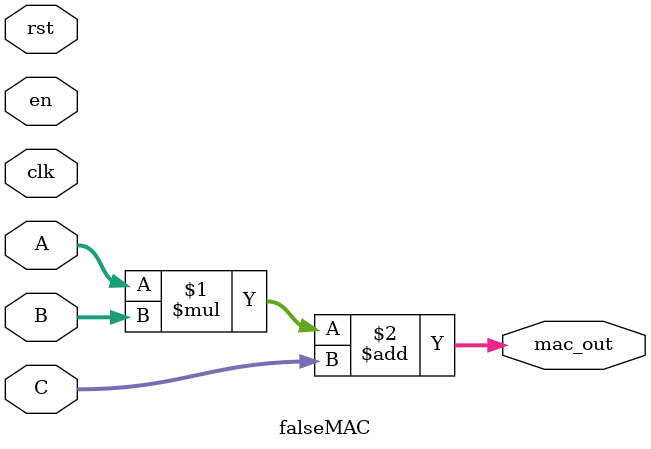
<source format=sv>
module falseMAC(
    input logic clk,
    input logic rst,
    input logic en,
    input  logic[31:0]A,
    input  logic[31:0]B,
    input  logic[31:0]C,
    output logic[31:0] mac_out
);
assign mac_out=A*B+C;
endmodule

</source>
